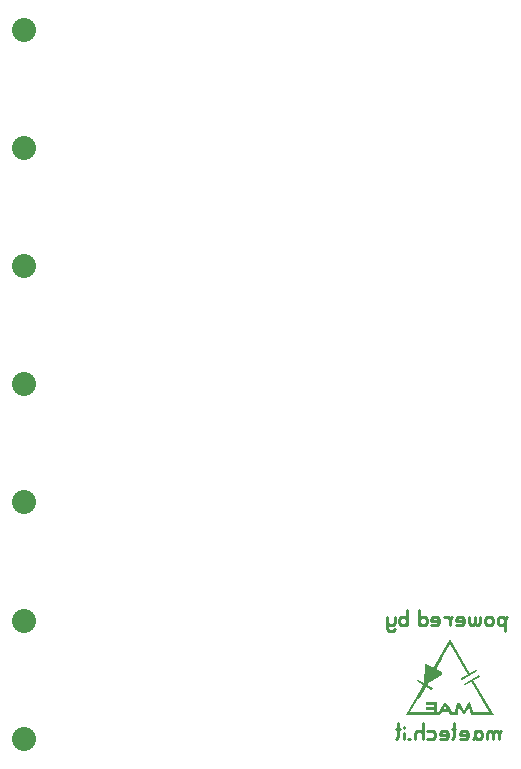
<source format=gbr>
G04 start of page 3 for group 1 idx 1 *
G04 Title: Stand-2 for heart, bottom *
G04 Creator: pcb 4.0.2 *
G04 CreationDate: Fri Apr  5 19:32:28 2019 UTC *
G04 For: alez *
G04 Format: Gerber/RS-274X *
G04 PCB-Dimensions (mil): 3937.01 2992.13 *
G04 PCB-Coordinate-Origin: lower left *
%MOIN*%
%FSLAX25Y25*%
%LNBOTTOM*%
%ADD17C,0.0400*%
%ADD16C,0.0800*%
%ADD15C,0.0100*%
%ADD14C,0.0001*%
G54D14*G36*
X330470Y24613D02*X330491Y24081D01*
X330248Y23804D01*
X327964D01*
X328078Y24722D01*
X330470D01*
Y24613D01*
G37*
G36*
X334366Y26354D02*X335033Y25856D01*
X335473Y25102D01*
X337251Y22133D01*
X336101D01*
X334360Y24993D01*
X333920Y24167D01*
X334816Y24113D01*
X335341Y23252D01*
X333313D01*
X332640Y22133D01*
X331485D01*
X333811Y26067D01*
X334366Y26354D01*
G37*
G36*
X342460Y26404D02*X343073Y25491D01*
X343893Y22117D01*
X342878D01*
X342346Y24700D01*
X341055Y22259D01*
X340144Y22448D01*
X338971Y24700D01*
X338440Y22117D01*
X337426D01*
X338397Y26073D01*
X339276Y26187D01*
X340659Y23528D01*
X342048Y26187D01*
X342460Y26404D01*
G37*
G36*
X345726Y35409D02*X346079Y35148D01*
X345910Y34741D01*
X341039Y31931D01*
X340556Y32061D01*
X340686Y32550D01*
X345553Y35361D01*
X345726Y35409D01*
G37*
G36*
X344690Y37265D02*X345016Y36987D01*
X344841Y36598D01*
X339970Y33787D01*
X339487Y33917D01*
X339617Y34400D01*
X344483Y37211D01*
X344690Y37265D01*
G37*
G36*
X338543Y22887D02*X338483Y22383D01*
X338218Y22117D01*
X336118D01*
X335706Y23013D01*
X338565D01*
X338543Y22887D01*
G37*
G36*
X335923Y47291D02*X342671Y35620D01*
X341841Y35269D01*
X335825Y45691D01*
X322728Y23013D01*
X333091D01*
X332591Y22117D01*
X321198D01*
X335825Y47459D01*
X335923Y47291D01*
G37*
G36*
X331457Y26235D02*Y22117D01*
X327790D01*
X327899Y23044D01*
X330546D01*
Y25426D01*
X327790D01*
X327899Y26344D01*
X331457D01*
Y26235D01*
G37*
G36*
X324794Y33809D02*X325261Y33900D01*
X330129Y31091D01*
X330286Y30591D01*
X329776Y30478D01*
X324904Y33287D01*
X324794Y33809D01*
G37*
G36*
X327710Y39100D02*X328103D01*
X333220Y36344D01*
Y35557D01*
X327710Y32013D01*
X327316D01*
Y32407D01*
X327710Y38706D01*
Y39100D01*
G37*
G36*
X343676Y33891D02*X350479Y22123D01*
X342916D01*
X342829Y23013D01*
X348921D01*
X342943Y33369D01*
X343631Y33967D01*
X343659Y33917D01*
X343676Y33891D01*
G37*
G54D15*X332607Y41009D02*X325181Y28139D01*
X352213Y14097D02*Y16047D01*
X351563Y16697D01*
X350913D02*X351563D01*
X350913D02*X350263Y16047D01*
Y14097D02*Y16047D01*
X349613Y16697D01*
X348963D02*X349613D01*
X348963D02*X348313Y16047D01*
Y14097D02*Y16047D01*
X352863Y16697D02*X352213Y16047D01*
X344803Y16697D02*X344153Y16047D01*
X344803Y16697D02*X346103D01*
X346753Y16047D02*X346103Y16697D01*
X346753Y14747D02*Y16047D01*
Y14747D02*X346103Y14097D01*
X344153Y14747D02*Y16697D01*
Y14747D02*X343503Y14097D01*
X344803D02*X346103D01*
X344803D02*X344153Y14747D01*
X339343Y14097D02*X341293D01*
X341943Y14747D02*X341293Y14097D01*
X341943Y14747D02*Y16047D01*
X341293Y16697D01*
X339993D02*X341293D01*
X339993D02*X339343Y16047D01*
Y15397D02*X341943D01*
X339343D02*Y16047D01*
X337133Y14747D02*Y19297D01*
Y14747D02*X336483Y14097D01*
Y17347D02*X337783D01*
X332583Y14097D02*X334533D01*
X335183Y14747D02*X334533Y14097D01*
X335183Y14747D02*Y16047D01*
X334533Y16697D01*
X333233D02*X334533D01*
X333233D02*X332583Y16047D01*
Y15397D02*X335183D01*
X332583D02*Y16047D01*
X328423Y16697D02*X330373D01*
X331023Y16047D02*X330373Y16697D01*
X331023Y14747D02*Y16047D01*
Y14747D02*X330373Y14097D01*
X328423D02*X330373D01*
X326863D02*Y19297D01*
Y16047D02*X326213Y16697D01*
X324913D02*X326213D01*
X324913D02*X324263Y16047D01*
Y14097D02*Y16047D01*
X322053Y14097D02*X322703D01*
X320493Y17867D02*Y17997D01*
Y14097D02*Y16047D01*
X318543Y14747D02*Y19297D01*
Y14747D02*X317893Y14097D01*
Y17347D02*X319193D01*
X354396Y50056D02*Y53956D01*
X355046Y54606D02*X354396Y53956D01*
X353746Y54606D01*
X352446D02*X353746D01*
X352446D02*X351796Y53956D01*
Y52656D02*Y53956D01*
X352446Y52006D02*X351796Y52656D01*
X352446Y52006D02*X353746D01*
X354396Y52656D02*X353746Y52006D01*
X350236Y52656D02*Y53956D01*
X349586Y54606D01*
X348286D02*X349586D01*
X348286D02*X347636Y53956D01*
Y52656D02*Y53956D01*
X348286Y52006D02*X347636Y52656D01*
X348286Y52006D02*X349586D01*
X350236Y52656D02*X349586Y52006D01*
X346076Y52656D02*Y54606D01*
Y52656D02*X345426Y52006D01*
X344776D02*X345426D01*
X344776D02*X344126Y52656D01*
Y54606D01*
Y52656D02*X343476Y52006D01*
X342826D02*X343476D01*
X342826D02*X342176Y52656D01*
Y54606D01*
X338016Y52006D02*X339966D01*
X340616Y52656D02*X339966Y52006D01*
X340616Y52656D02*Y53956D01*
X339966Y54606D01*
X338666D02*X339966D01*
X338666D02*X338016Y53956D01*
Y53306D02*X340616D01*
X338016D02*Y53956D01*
X335806Y52006D02*Y53956D01*
X335156Y54606D01*
X333856D02*X335156D01*
X336456D02*X335806Y53956D01*
X329696Y52006D02*X331646D01*
X332296Y52656D02*X331646Y52006D01*
X332296Y52656D02*Y53956D01*
X331646Y54606D01*
X330346D02*X331646D01*
X330346D02*X329696Y53956D01*
Y53306D02*X332296D01*
X329696D02*Y53956D01*
X325536Y52006D02*Y57206D01*
X326186Y52006D02*X325536Y52656D01*
X326186Y52006D02*X327486D01*
X328136Y52656D02*X327486Y52006D01*
X328136Y52656D02*Y53956D01*
X327486Y54606D01*
X326186D02*X327486D01*
X326186D02*X325536Y53956D01*
X321636Y52006D02*Y57206D01*
Y52656D02*X320986Y52006D01*
X319686D02*X320986D01*
X319686D02*X319036Y52656D01*
Y53956D01*
X319686Y54606D02*X319036Y53956D01*
X319686Y54606D02*X320986D01*
X321636Y53956D02*X320986Y54606D01*
X317476Y52656D02*Y54606D01*
Y52656D02*X316826Y52006D01*
X314876Y50706D02*Y54606D01*
X315526Y50056D02*X314876Y50706D01*
X315526Y50056D02*X316826D01*
X317476Y50706D02*X316826Y50056D01*
X315526Y52006D02*X316826D01*
X315526D02*X314876Y52656D01*
G54D16*X194092Y171675D03*
Y211045D03*
Y250415D03*
Y53565D03*
Y14194D03*
Y92935D03*
Y132305D03*
G54D17*M02*

</source>
